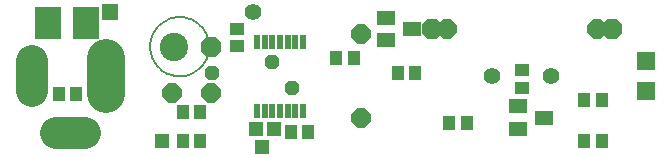
<source format=gbs>
G75*
%MOIN*%
%OFA0B0*%
%FSLAX24Y24*%
%IPPOS*%
%LPD*%
%AMOC8*
5,1,8,0,0,1.08239X$1,22.5*
%
%ADD10C,0.0946*%
%ADD11C,0.0079*%
%ADD12R,0.0631X0.0474*%
%ADD13OC8,0.0634*%
%ADD14C,0.0556*%
%ADD15R,0.0474X0.0395*%
%ADD16R,0.0395X0.0474*%
%ADD17R,0.0200X0.0470*%
%ADD18R,0.0634X0.0634*%
%ADD19R,0.0867X0.1104*%
%ADD20C,0.1064*%
%ADD21C,0.1261*%
%ADD22C,0.0395*%
%ADD23C,0.0474*%
%ADD24OC8,0.0640*%
%ADD25OC8,0.0680*%
%ADD26OC8,0.0671*%
%ADD27R,0.0555X0.0555*%
%ADD28C,0.0555*%
%ADD29R,0.0476X0.0476*%
%ADD30OC8,0.0476*%
D10*
X007802Y004116D03*
D11*
X007015Y004116D02*
X007017Y004178D01*
X007023Y004241D01*
X007033Y004302D01*
X007047Y004363D01*
X007064Y004423D01*
X007085Y004482D01*
X007111Y004539D01*
X007139Y004594D01*
X007171Y004648D01*
X007207Y004699D01*
X007245Y004749D01*
X007287Y004795D01*
X007331Y004839D01*
X007379Y004880D01*
X007428Y004918D01*
X007480Y004952D01*
X007534Y004983D01*
X007590Y005011D01*
X007648Y005035D01*
X007707Y005056D01*
X007767Y005072D01*
X007828Y005085D01*
X007890Y005094D01*
X007952Y005099D01*
X008015Y005100D01*
X008077Y005097D01*
X008139Y005090D01*
X008201Y005079D01*
X008261Y005064D01*
X008321Y005046D01*
X008379Y005024D01*
X008436Y004998D01*
X008491Y004968D01*
X008544Y004935D01*
X008595Y004899D01*
X008643Y004860D01*
X008689Y004817D01*
X008732Y004772D01*
X008772Y004724D01*
X008809Y004674D01*
X008843Y004621D01*
X008874Y004567D01*
X008900Y004511D01*
X008924Y004453D01*
X008943Y004393D01*
X008959Y004333D01*
X008971Y004271D01*
X008979Y004210D01*
X008983Y004147D01*
X008983Y004085D01*
X008979Y004022D01*
X008971Y003961D01*
X008959Y003899D01*
X008943Y003839D01*
X008924Y003779D01*
X008900Y003721D01*
X008874Y003665D01*
X008843Y003611D01*
X008809Y003558D01*
X008772Y003508D01*
X008732Y003460D01*
X008689Y003415D01*
X008643Y003372D01*
X008595Y003333D01*
X008544Y003297D01*
X008491Y003264D01*
X008436Y003234D01*
X008379Y003208D01*
X008321Y003186D01*
X008261Y003168D01*
X008201Y003153D01*
X008139Y003142D01*
X008077Y003135D01*
X008015Y003132D01*
X007952Y003133D01*
X007890Y003138D01*
X007828Y003147D01*
X007767Y003160D01*
X007707Y003176D01*
X007648Y003197D01*
X007590Y003221D01*
X007534Y003249D01*
X007480Y003280D01*
X007428Y003314D01*
X007379Y003352D01*
X007331Y003393D01*
X007287Y003437D01*
X007245Y003483D01*
X007207Y003533D01*
X007171Y003584D01*
X007139Y003638D01*
X007111Y003693D01*
X007085Y003750D01*
X007064Y003809D01*
X007047Y003869D01*
X007033Y003930D01*
X007023Y003991D01*
X007017Y004054D01*
X007015Y004116D01*
D12*
X014889Y004332D03*
X015755Y004706D03*
X014889Y005080D03*
X019279Y002128D03*
X020145Y001754D03*
X019279Y001380D03*
D13*
X014062Y001734D03*
X009052Y002580D03*
X007733Y002580D03*
X014062Y004529D03*
D14*
X018416Y003131D03*
X020385Y003131D03*
D15*
X019416Y003328D03*
X019416Y002738D03*
X009928Y004155D03*
X009928Y004706D03*
D16*
X013216Y003722D03*
X013806Y003722D03*
X015263Y003230D03*
X015853Y003230D03*
X021483Y002344D03*
X022074Y002344D03*
X017586Y001557D03*
X016995Y001557D03*
X021483Y000966D03*
X022074Y000966D03*
X012290Y001261D03*
X011700Y001261D03*
X008688Y000966D03*
X008097Y000966D03*
X008097Y001950D03*
X008688Y001950D03*
X004534Y002541D03*
X003983Y002541D03*
D17*
X010578Y001983D03*
X010834Y001983D03*
X011090Y001983D03*
X011345Y001983D03*
X011601Y001983D03*
X011857Y001983D03*
X012113Y001983D03*
X012113Y004280D03*
X011857Y004280D03*
X011601Y004280D03*
X011345Y004280D03*
X011090Y004280D03*
X010834Y004280D03*
X010578Y004280D03*
D18*
X023550Y003631D03*
X023550Y002631D03*
D19*
X004889Y004903D03*
X003629Y004903D03*
D20*
X003078Y003624D02*
X003078Y002639D01*
X003865Y001242D02*
X004849Y001242D01*
D21*
X005538Y002541D02*
X005538Y003722D01*
D22*
X003767Y001242D03*
X003806Y001242D03*
X003845Y001242D03*
X003885Y001242D03*
X003924Y001242D03*
X003964Y001242D03*
X004003Y001242D03*
X004042Y001242D03*
X004082Y001242D03*
X004121Y001242D03*
X004160Y001242D03*
X004200Y001242D03*
X004239Y001242D03*
X004279Y001242D03*
X004318Y001242D03*
X004357Y001242D03*
X004397Y001242D03*
X004436Y001242D03*
X004475Y001242D03*
X004515Y001242D03*
X004554Y001242D03*
X004594Y001242D03*
X004633Y001242D03*
X004672Y001242D03*
X004712Y001242D03*
X004751Y001242D03*
X004790Y001242D03*
X004830Y001242D03*
X004869Y001242D03*
X004908Y001242D03*
X004948Y001242D03*
X003078Y002541D03*
X003078Y002580D03*
X003078Y002620D03*
X003078Y002659D03*
X003078Y002698D03*
X003078Y002738D03*
X003078Y002777D03*
X003078Y002817D03*
X003078Y002856D03*
X003078Y002895D03*
X003078Y002935D03*
X003078Y002974D03*
X003078Y003013D03*
X003078Y003053D03*
X003078Y003092D03*
X003078Y003171D03*
X003078Y003210D03*
X003078Y003250D03*
X003078Y003289D03*
X003078Y003328D03*
X003078Y003368D03*
X003078Y003407D03*
X003078Y003446D03*
X003078Y003486D03*
X003078Y003525D03*
X003078Y003565D03*
X003078Y003604D03*
X003078Y003643D03*
X003078Y003683D03*
X003078Y003722D03*
D23*
X005538Y003722D03*
X005538Y003683D03*
X005538Y003643D03*
X005538Y003604D03*
X005538Y003565D03*
X005538Y003525D03*
X005538Y003486D03*
X005538Y003486D03*
X005538Y003446D03*
X005538Y003407D03*
X005538Y003368D03*
X005538Y003328D03*
X005538Y003289D03*
X005538Y003250D03*
X005538Y003210D03*
X005538Y003171D03*
X005538Y003131D03*
X005538Y003092D03*
X005538Y003053D03*
X005538Y003013D03*
X005538Y002974D03*
X005538Y002935D03*
X005538Y002895D03*
X005538Y002856D03*
X005538Y002817D03*
X005538Y002777D03*
X005538Y002738D03*
X005538Y002698D03*
X005538Y002659D03*
X005538Y002620D03*
X005538Y002580D03*
X005538Y002541D03*
X005538Y002502D03*
X005538Y002462D03*
X005538Y003761D03*
X005538Y003801D03*
D24*
X016916Y004706D03*
X021916Y004706D03*
D25*
X022416Y004706D03*
X016416Y004706D03*
D26*
X009062Y004116D03*
D27*
X005676Y005277D03*
D28*
X010460Y005277D03*
D29*
X010558Y001360D03*
X011149Y001360D03*
X010755Y000769D03*
X007408Y000966D03*
D30*
X011739Y002738D03*
X009082Y003230D03*
X011070Y003604D03*
M02*

</source>
